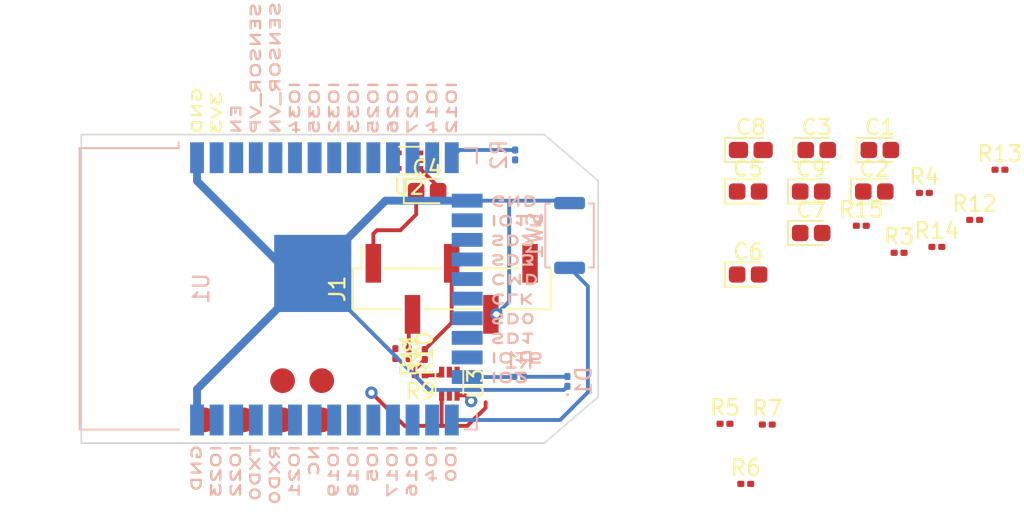
<source format=kicad_pcb>
(kicad_pcb (version 20211014) (generator pcbnew)
  (layers (0 "F.Cu" signal) (31 "B.Cu" signal) (34 "B.Paste" user) (35 "F.Paste" user) (36 "B.SilkS" user "B.Silkscreen") (37 "F.SilkS" user "F.Silkscreen") (38 "B.Mask" user) (39 "F.Mask" user) (44 "Edge.Cuts" user))
  (net 0 "")
  (net 1 "3V3")
  (net 8 "Net-(C1-Pad2)")
  (net 18 "Net-(D1-Pad2)")
  (net 26 "GND")
  (net 27 "Net-(R1-Pad2)")
  (net 28 "Net-(R2-Pad1)")
  (net 29 "Net-(C2-Pad2)")
  (net 30 "Net-(SW1-Pad2)")
  (net 31 "Net-(C4-Pad2)")
  (net 32 "Net-(C5-Pad2)")
  (net 33 "Net-(C7-Pad1)")
  (net 34 "Net-(C8-Pad2)")
  (net 35 "Net-(R5-Pad2)")
  (net 36 "?")
  (net 37 "Net-(R11-Pad1)")
  (net 38 "Net-(R12-Pad2)")
  (net 39 "Net-(R13-Pad1)")
  (net 41 "Net-(R7-Pad2)")
  (net 43 "Net-(J1-Pad1)")
  (net 44 "Net-(J1-Pad2)")
  (net 45 "Net-(J1-Pad3)")
  (net 46 "Net-(U1-Pad27)")
  (net 47 "Net-(R8-Pad2)")
  (net 50 "RxD")
  (net 51 "TxD")
  (net 52 "NC")
  (net 53 "IO12")
  (net 54 "IO14")
  (net 55 "IO27")
  (net 56 "IO26")
  (net 57 "IO25")
  (net 58 "IO2")
  (net 59 "IO0")
  (net 60 "IO16")
  (net 61 "IO17")
  (net 62 "EN")
  (footprint "Capacitor_Tantalum_SMD:CP_EIA-1608-08_AVX-J" (layer "F.Cu") (at 151.75 103.91)
    (fp_text reference "C1" (at 0 -1.48) (layer "F.SilkS"))
    (fp_text value "C")
    (fp_line (start 0.8 -0.785) (end -1.51 -0.785) (layer "F.SilkS") (width 0.12))
    (fp_line (start -1.51 -0.785) (end -1.51 0.785) (layer "F.SilkS") (width 0.12))
    (fp_line (start -1.51 0.785) (end 0.8 0.785) (layer "F.SilkS") (width 0.12))
    (pad "1" smd roundrect (at -0.7125 0) (size 1.075 1.05) (layers "F.Cu" "F.Paste" "F.Mask") (roundrect_rratio 0.238095) (net 1 "3V3"))
    (pad "2" smd roundrect (at 0.7125 0) (size 1.075 1.05) (layers "F.Cu" "F.Paste" "F.Mask") (roundrect_rratio 0.238095) (net 8 "Net-(C1-Pad2)"))
  )
  (footprint "Capacitor_Tantalum_SMD:CP_EIA-1608-08_AVX-J" (layer "F.Cu") (at 151.39 106.6)
    (fp_text reference "C2" (at 0 -1.48) (layer "F.SilkS"))
    (fp_text value "C")
    (fp_line (start 0.8 -0.785) (end -1.51 -0.785) (layer "F.SilkS") (width 0.12))
    (fp_line (start -1.51 0.785) (end 0.8 0.785) (layer "F.SilkS") (width 0.12))
    (fp_line (start -1.51 -0.785) (end -1.51 0.785) (layer "F.SilkS") (width 0.12))
    (pad "1" smd roundrect (at -0.7125 0) (size 1.075 1.05) (layers "F.Cu" "F.Paste" "F.Mask") (roundrect_rratio 0.238095) (net 26 "GND"))
    (pad "2" smd roundrect (at 0.7125 0) (size 1.075 1.05) (layers "F.Cu" "F.Paste" "F.Mask") (roundrect_rratio 0.238095) (net 29 "Net-(C2-Pad2)"))
  )
  (footprint "Package_TO_SOT_SMD:SOT-563" (layer "F.Cu") (at 123.848 119.059 -90)
    (fp_text reference "U3" (at 0 -1.7 90) (layer "F.SilkS"))
    (fp_text value "ICL7667")
    (fp_line (start -0.9 -0.9) (end 0.65 -0.9) (layer "F.SilkS") (width 0.12))
    (fp_line (start 0.65 0.9) (end -0.65 0.9) (layer "F.SilkS") (width 0.12))
    (pad "1" smd rect (at -0.75 -0.5 270) (size 0.7 0.34) (layers "F.Cu" "F.Paste" "F.Mask"))
    (pad "2" smd rect (at -0.75 0 270) (size 0.7 0.34) (layers "F.Cu" "F.Paste" "F.Mask") (net 32 "Net-(C5-Pad2)"))
    (pad "3" smd rect (at -0.75 0.5 270) (size 0.7 0.34) (layers "F.Cu" "F.Paste" "F.Mask") (net 36 "?"))
    (pad "4" smd rect (at 0.75 0.5 270) (size 0.7 0.34) (layers "F.Cu" "F.Paste" "F.Mask") (net 26 "GND"))
    (pad "5" smd rect (at 0.75 0 270) (size 0.7 0.34) (layers "F.Cu" "F.Paste" "F.Mask") (net 38 "Net-(R12-Pad2)"))
    (pad "6" smd rect (at 0.75 -0.5 270) (size 0.7 0.34) (layers "F.Cu" "F.Paste" "F.Mask") (net 1 "3V3"))
  )
  (footprint "Resistor_SMD:R_0201_0603Metric" (layer "F.Cu") (at 143.058 125.549)
    (fp_text reference "R6" (at 0 -1.05) (layer "F.SilkS"))
    (fp_text value "2K")
    (pad "1" smd roundrect (at -0.32 0) (size 0.46 0.4) (layers "F.Cu" "F.Mask") (net 26 "GND"))
    (pad "2" smd roundrect (at 0.32 0) (size 0.46 0.4) (layers "F.Cu" "F.Mask") (net 35 "Net-(R5-Pad2)"))
  )
  (footprint "Capacitor_Tantalum_SMD:CP_EIA-1608-08_AVX-J_Pad1.25x1.05mm_HandSolder" (layer "F.Cu") (at 143.385 103.91)
    (fp_text reference "C8" (at 0 -1.48) (layer "F.SilkS"))
    (fp_text value "C")
    (fp_line (start -1.685 -0.785) (end -1.685 0.785) (layer "F.SilkS") (width 0.12))
    (fp_line (start -1.685 0.785) (end 0.8 0.785) (layer "F.SilkS") (width 0.12))
    (fp_line (start 0.8 -0.785) (end -1.685 -0.785) (layer "F.SilkS") (width 0.12))
    (pad "1" smd roundrect (at -0.8 0) (size 1.25 1.05) (layers "F.Cu" "F.Paste" "F.Mask") (roundrect_rratio 0.238095) (net 1 "3V3"))
    (pad "2" smd roundrect (at 0.8 0) (size 1.25 1.05) (layers "F.Cu" "F.Paste" "F.Mask") (roundrect_rratio 0.238095) (net 34 "Net-(C8-Pad2)"))
  )
  (footprint "Resistor_SMD:R_0201_0603Metric" (layer "F.Cu") (at 154.635 106.69)
    (fp_text reference "R4" (at 0 -1.05) (layer "F.SilkS"))
    (fp_text value "3,9K")
    (pad "1" smd roundrect (at -0.32 0) (size 0.46 0.4) (layers "F.Cu" "F.Mask") (net 26 "GND"))
    (pad "2" smd roundrect (at 0.32 0) (size 0.46 0.4) (layers "F.Cu" "F.Mask") (net 8 "Net-(C1-Pad2)"))
  )
  (footprint "Resistor_SMD:R_0201_0603Metric" (layer "F.Cu") (at 159.535 105.19)
    (fp_text reference "R13" (at 0 -1.05) (layer "F.SilkS"))
    (fp_text value "10K")
    (pad "1" smd roundrect (at -0.32 0) (size 0.46 0.4) (layers "F.Cu" "F.Mask") (net 39 "Net-(R13-Pad1)"))
    (pad "2" smd roundrect (at 0.32 0) (size 0.46 0.4) (layers "F.Cu" "F.Mask") (net 1 "3V3"))
  )
  (footprint "Resistor_SMD:R_0201_0603Metric" (layer "F.Cu") (at 157.895 108.44)
    (fp_text reference "R12" (at 0 -1.05) (layer "F.SilkS"))
    (fp_text value "8,4 K")
    (pad "1" smd roundrect (at -0.32 0) (size 0.46 0.4) (layers "F.Cu" "F.Mask") (net 1 "3V3"))
    (pad "2" smd roundrect (at 0.32 0) (size 0.46 0.4) (layers "F.Cu" "F.Mask") (net 38 "Net-(R12-Pad2)"))
  )
  (footprint "Capacitor_Tantalum_SMD:CP_EIA-1608-08_AVX-J" (layer "F.Cu") (at 147.3 109.29)
    (fp_text reference "C7" (at 0 -1.48) (layer "F.SilkS"))
    (fp_text value "C")
    (fp_line (start 0.8 -0.785) (end -1.51 -0.785) (layer "F.SilkS") (width 0.12))
    (fp_line (start -1.51 -0.785) (end -1.51 0.785) (layer "F.SilkS") (width 0.12))
    (fp_line (start -1.51 0.785) (end 0.8 0.785) (layer "F.SilkS") (width 0.12))
    (pad "1" smd roundrect (at -0.7125 0) (size 1.075 1.05) (layers "F.Cu" "F.Paste" "F.Mask") (roundrect_rratio 0.238095) (net 33 "Net-(C7-Pad1)"))
    (pad "2" smd roundrect (at 0.7125 0) (size 1.075 1.05) (layers "F.Cu" "F.Paste" "F.Mask") (roundrect_rratio 0.238095) (net 1 "3V3"))
  )
  (footprint "Package_TO_SOT_SMD:SOT-553" (layer "F.Cu") (at 121.228 104.599 180)
    (fp_text reference "U2" (at 0 -1.7) (layer "F.SilkS"))
    (fp_text value "GL2576-5.0TA5R")
    (fp_line (start -0.9 -0.9) (end 0.65 -0.9) (layer "F.SilkS") (width 0.12))
    (fp_line (start 0.65 0.9) (end -0.65 0.9) (layer "F.SilkS") (width 0.12))
    (pad "1" smd rect (at -0.7 -0.5 180) (size 0.45 0.3) (layers "F.Cu" "F.Paste" "F.Mask") (net 31 "Net-(C4-Pad2)"))
    (pad "2" smd rect (at -0.7 0 180) (size 0.45 0.3) (layers "F.Cu" "F.Paste" "F.Mask") (net 26 "GND"))
    (pad "3" smd rect (at -0.7 0.5 180) (size 0.45 0.3) (layers "F.Cu" "F.Paste" "F.Mask"))
    (pad "4" smd rect (at 0.7 0.5 180) (size 0.45 0.3) (layers "F.Cu" "F.Paste" "F.Mask") (net 29 "Net-(C2-Pad2)"))
    (pad "5" smd rect (at 0.7 -0.5 180) (size 0.45 0.3) (layers "F.Cu" "F.Paste" "F.Mask"))
  )
  (footprint "Capacitor_Tantalum_SMD:CP_EIA-1608-08_AVX-J" (layer "F.Cu") (at 143.21 111.98)
    (fp_text reference "C6" (at 0 -1.48) (layer "F.SilkS"))
    (fp_text value "480uF")
    (fp_line (start 0.8 -0.785) (end -1.51 -0.785) (layer "F.SilkS") (width 0.12))
    (fp_line (start -1.51 -0.785) (end -1.51 0.785) (layer "F.SilkS") (width 0.12))
    (fp_line (start -1.51 0.785) (end 0.8 0.785) (layer "F.SilkS") (width 0.12))
    (pad "1" smd roundrect (at -0.7125 0) (size 1.075 1.05) (layers "F.Cu" "F.Paste" "F.Mask") (roundrect_rratio 0.238095) (net 26 "GND"))
    (pad "2" smd roundrect (at 0.7125 0) (size 1.075 1.05) (layers "F.Cu" "F.Paste" "F.Mask") (roundrect_rratio 0.238095) (net 1 "3V3"))
  )
  (footprint "Resistor_SMD:R_0201_0603Metric" (layer "F.Cu") (at 122.258 117.164 90)
    (fp_text reference "R11" (at 0 -1.05 90) (layer "F.SilkS"))
    (fp_text value "0")
    (pad "1" smd roundrect (at -0.32 0 90) (size 0.46 0.4) (layers "F.Cu" "F.Mask") (net 37 "Net-(R11-Pad1)"))
    (pad "2" smd roundrect (at 0.32 0 90) (size 0.46 0.4) (layers "F.Cu" "F.Mask") (net 45 "Net-(J1-Pad3)"))
  )
  (footprint "Capacitor_Tantalum_SMD:CP_EIA-1608-08_AVX-J" (layer "F.Cu") (at 143.21 106.6)
    (fp_text reference "C5" (at 0 -1.48) (layer "F.SilkS"))
    (fp_text value "C")
    (fp_line (start 0.8 -0.785) (end -1.51 -0.785) (layer "F.SilkS") (width 0.12))
    (fp_line (start -1.51 -0.785) (end -1.51 0.785) (layer "F.SilkS") (width 0.12))
    (fp_line (start -1.51 0.785) (end 0.8 0.785) (layer "F.SilkS") (width 0.12))
    (pad "1" smd roundrect (at -0.7125 0) (size 1.075 1.05) (layers "F.Cu" "F.Paste" "F.Mask") (roundrect_rratio 0.238095) (net 26 "GND"))
    (pad "2" smd roundrect (at 0.7125 0) (size 1.075 1.05) (layers "F.Cu" "F.Paste" "F.Mask") (roundrect_rratio 0.238095) (net 32 "Net-(C5-Pad2)"))
  )
  (footprint "Resistor_SMD:R_0201_0603Metric" (layer "F.Cu") (at 120.35 117.105 -90)
    (fp_text reference "R8" (at 0 -1.05 90) (layer "F.SilkS"))
    (fp_text value "100")
    (pad "1" smd roundrect (at -0.32 0 270) (size 0.46 0.4) (layers "F.Cu" "F.Mask") (net 1 "3V3"))
    (pad "2" smd roundrect (at 0.32 0 270) (size 0.46 0.4) (layers "F.Cu" "F.Mask") (net 47 "Net-(R8-Pad2)"))
  )
  (footprint "Resistor_SMD:R_0201_0603Metric" (layer "F.Cu") (at 155.445 110.19)
    (fp_text reference "R14" (at 0 -1.05) (layer "F.SilkS"))
    (fp_text value "10K")
    (pad "1" smd roundrect (at -0.32 0) (size 0.46 0.4) (layers "F.Cu" "F.Mask") (net 26 "GND"))
    (pad "2" smd roundrect (at 0.32 0) (size 0.46 0.4) (layers "F.Cu" "F.Mask") (net 1 "3V3"))
  )
  (footprint "Resistor_SMD:R_0201_0603Metric" (layer "F.Cu") (at 150.545 108.82)
    (fp_text reference "R15" (at 0 -1.05) (layer "F.SilkS"))
    (fp_text value "10K")
    (pad "1" smd roundrect (at -0.32 0) (size 0.46 0.4) (layers "F.Cu" "F.Mask") (net 1 "3V3"))
    (pad "2" smd roundrect (at 0.32 0) (size 0.46 0.4) (layers "F.Cu" "F.Mask") (net 33 "Net-(C7-Pad1)"))
  )
  (footprint "Resistor_SMD:R_0201_0603Metric" (layer "F.Cu") (at 141.712 121.655)
    (fp_text reference "R5" (at 0 -1.05) (layer "F.SilkS"))
    (fp_text value "1K")
    (pad "1" smd roundrect (at -0.32 0) (size 0.46 0.4) (layers "F.Cu" "F.Mask") (net 46 "Net-(U1-Pad27)"))
    (pad "2" smd roundrect (at 0.32 0) (size 0.46 0.4) (layers "F.Cu" "F.Mask") (net 35 "Net-(R5-Pad2)"))
  )
  (footprint "Connector_PinHeader_2.54mm:PinHeader_1x05_P2.54mm_Vertical_SMD_Pin1Right" (layer "F.Cu") (at 123.998 112.909 90)
    (fp_text reference "J1" (at 0 -7.41 90) (layer "F.SilkS"))
    (fp_text value "Conn_01x05_MountingPin" hide)
    (fp_line (start 1.33 0.76) (end 1.33 4.32) (layer "F.SilkS") (width 0.12))
    (fp_line (start -1.33 5.84) (end -1.33 6.41) (layer "F.SilkS") (width 0.12))
    (fp_line (start -1.33 -6.41) (end -1.33 -3.3) (layer "F.SilkS") (width 0.12))
    (fp_line (start 1.33 -5.84) (end 2.85 -5.84) (layer "F.SilkS") (width 0.12))
    (fp_line (start -1.33 -1.78) (end -1.33 1.78) (layer "F.SilkS") (width 0.12))
    (fp_line (start -1.33 3.3) (end -1.33 6.41) (layer "F.SilkS") (width 0.12))
    (fp_line (start -1.33 -6.41) (end 1.33 -6.41) (layer "F.SilkS") (width 0.12))
    (fp_line (start -1.33 6.41) (end 1.33 6.41) (layer "F.SilkS") (width 0.12))
    (fp_line (start 1.33 -4.32) (end 1.33 -0.76) (layer "F.SilkS") (width 0.12))
    (fp_line (start 1.33 -6.41) (end 1.33 -5.84) (layer "F.SilkS") (width 0.12))
    (pad "+5V" smd rect (at 1.655 -5.08 90) (size 2.51 1) (layers "F.Cu" "F.Paste" "F.Mask"))
    (pad "2" smd rect (at -1.655 -2.54 90) (size 2.51 1) (layers "F.Cu" "F.Paste" "F.Mask") (net 52 "NC"))
    (pad "3" smd rect (at 1.655 0 90) (size 2.51 1) (layers "F.Cu" "F.Paste" "F.Mask") (net 50 "RxD"))
    (pad "4" smd rect (at -1.655 2.54 90) (size 2.51 1) (layers "F.Cu" "F.Paste" "F.Mask") (net 26 "GND"))
    (pad "5" smd rect (at 1.655 5.08 90) (size 2.51 1) (layers "F.Cu" "F.Paste" "F.Mask") (net 51 "TxD"))
  )
  (footprint "Capacitor_Tantalum_SMD:CP_EIA-1608-08_AVX-J" (layer "F.Cu") (at 147.3 106.6)
    (fp_text reference "C9" (at 0 -1.48) (layer "F.SilkS"))
    (fp_text value "C")
    (fp_line (start -1.51 -0.785) (end -1.51 0.785) (layer "F.SilkS") (width 0.12))
    (fp_line (start 0.8 -0.785) (end -1.51 -0.785) (layer "F.SilkS") (width 0.12))
    (fp_line (start -1.51 0.785) (end 0.8 0.785) (layer "F.SilkS") (width 0.12))
    (pad "1" smd roundrect (at -0.7125 0) (size 1.075 1.05) (layers "F.Cu" "F.Paste" "F.Mask") (roundrect_rratio 0.238095) (net 34 "Net-(C8-Pad2)"))
    (pad "2" smd roundrect (at 0.7125 0) (size 1.075 1.05) (layers "F.Cu" "F.Paste" "F.Mask") (roundrect_rratio 0.238095) (net 26 "GND"))
  )
  (footprint "Capacitor_Tantalum_SMD:CP_EIA-1608-08_AVX-J" (layer "F.Cu") (at 147.66 103.91)
    (fp_text reference "C3" (at 0 -1.48) (layer "F.SilkS"))
    (fp_text value "C")
    (fp_line (start -1.51 -0.785) (end -1.51 0.785) (layer "F.SilkS") (width 0.12))
    (fp_line (start -1.51 0.785) (end 0.8 0.785) (layer "F.SilkS") (width 0.12))
    (fp_line (start 0.8 -0.785) (end -1.51 -0.785) (layer "F.SilkS") (width 0.12))
    (pad "1" smd roundrect (at -0.7125 0) (size 1.075 1.05) (layers "F.Cu" "F.Paste" "F.Mask") (roundrect_rratio 0.238095))
    (pad "2" smd roundrect (at 0.7125 0) (size 1.075 1.05) (layers "F.Cu" "F.Paste" "F.Mask") (roundrect_rratio 0.238095) (net 1 "3V3"))
  )
  (footprint "Resistor_SMD:R_0201_0603Metric" (layer "F.Cu") (at 121.213 117.116 -90)
    (fp_text reference "R10" (at 0 -1.05 90) (layer "F.SilkS"))
    (fp_text value "0")
    (pad "1" smd roundrect (at -0.32 0 270) (size 0.46 0.4) (layers "F.Cu" "F.Mask") (net 52 "NC"))
    (pad "2" smd roundrect (at 0.32 0 270) (size 0.46 0.4) (layers "F.Cu" "F.Mask") (net 44 "Net-(J1-Pad2)"))
  )
  (footprint "Resistor_SMD:R_0201_0603Metric" (layer "F.Cu") (at 144.452 121.703)
    (fp_text reference "R7" (at 0 -1.05) (layer "F.SilkS"))
    (fp_text value "0")
    (pad "1" smd roundrect (at -0.32 0) (size 0.46 0.4) (layers "F.Cu" "F.Mask") (net 35 "Net-(R5-Pad2)"))
    (pad "2" smd roundrect (at 0.32 0) (size 0.46 0.4) (layers "F.Cu" "F.Mask") (net 41 "Net-(R7-Pad2)"))
  )
  (footprint "Resistor_SMD:R_0201_0603Metric" (layer "F.Cu") (at 152.995 110.57)
    (fp_text reference "R3" (at 0 -1.05) (layer "F.SilkS"))
    (fp_text value "131,7K")
    (pad "1" smd roundrect (at -0.32 0) (size 0.46 0.4) (layers "F.Cu" "F.Mask") (net 8 "Net-(C1-Pad2)"))
    (pad "2" smd roundrect (at 0.32 0) (size 0.46 0.4) (layers "F.Cu" "F.Mask") (net 1 "3V3"))
  )
  (footprint "Capacitor_Tantalum_SMD:CP_EIA-1608-08_AVX-J" (layer "F.Cu") (at 122.408 106.569)
    (fp_text reference "C4" (at 0 -1.48) (layer "F.SilkS"))
    (fp_text value "C")
    (fp_line (start -1.51 -0.785) (end -1.51 0.785) (layer "F.SilkS") (width 0.12))
    (fp_line (start -1.51 0.785) (end 0.8 0.785) (layer "F.SilkS") (width 0.12))
    (fp_line (start 0.8 -0.785) (end -1.51 -0.785) (layer "F.SilkS") (width 0.12))
    (pad "1" smd roundrect (at -0.7125 0) (size 1.075 1.05) (layers "F.Cu" "F.Paste" "F.Mask") (roundrect_rratio 0.238095) (net 43 "Net-(J1-Pad1)"))
    (pad "2" smd roundrect (at 0.7125 0) (size 1.075 1.05) (layers "F.Cu" "F.Paste" "F.Mask") (roundrect_rratio 0.238095) (net 31 "Net-(C4-Pad2)"))
  )
  (footprint "Resistor_SMD:R_0201_0603Metric" (layer "F.Cu") (at 121.958 118.509 180)
    (fp_text reference "R9" (at 0 -1.05) (layer "F.SilkS"))
    (fp_text value "100")
    (pad "1" smd roundrect (at -0.32 0 180) (size 0.46 0.4) (layers "F.Cu" "F.Mask") (net 36 "?"))
    (pad "2" smd roundrect (at 0.32 0 180) (size 0.46 0.4) (layers "F.Cu" "F.Mask") (net 37 "Net-(R11-Pad1)"))
  )
  (footprint "Resistor_SMD:R_0201_0603Metric" (layer "B.Cu") (at 128.348 118.609 180)
    (fp_text reference "R1" (at 0 1.05) (layer "B.SilkS") (effects (justify mirror)))
    (fp_text value "100")
    (pad "1" smd roundrect (at -0.32 0 180) (size 0.46 0.4) (layers "B.Cu" "B.Mask") (net 18 "Net-(D1-Pad2)"))
    (pad "2" smd roundrect (at 0.32 0 180) (size 0.46 0.4) (layers "B.Cu" "B.Mask") (net 27 "Net-(R1-Pad2)"))
  )
  (footprint "sebbe_projekt:JURA_TEST_POINT" (layer "B.Cu") (at 107.958 121.399)
    (fp_text reference "REF**" hide)
    (fp_text value "JURA_TEST_POINT" hide)
    (pad "1" smd circle (at 0 0) (size 1.6 1.6) (layers "F.Cu" "B.Paste" "B.Mask") (net 26 "GND"))
    (pad "2" smd circle (at 2.54 0) (size 1.6 1.6) (layers "F.Cu" "B.Paste" "B.Mask") (net 51 "TxD"))
    (pad "3" smd circle (at 5.08 0) (size 1.6 1.6) (layers "F.Cu" "B.Paste" "B.Mask") (net 50 "RxD"))
    (pad "4" smd circle (at 7.62 0) (size 1.6 1.6) (layers "F.Cu" "B.Paste" "B.Mask") (net 59 "IO0"))
    (pad "5" smd circle (at 5.08 -2.54) (size 1.6 1.6) (layers "F.Cu" "B.Paste" "B.Mask") (net 62 "EN"))
    (pad "6" smd circle (at 7.62 -2.54) (size 1.6 1.6) (layers "F.Cu" "B.Paste" "B.Mask") (net 1 "3V3"))
  )
  (footprint "Button_Switch_SMD:SW_Push_SPST_NO_Alps_SKRK" (layer "B.Cu") (at 131.638 109.449 -90)
    (fp_text reference "SW1" (at 0 2.25 90) (layer "B.SilkS") (effects (justify mirror)))
    (fp_text value "SW_Push")
    (fp_line (start -2.07 1.27) (end -2.07 1.57) (layer "B.SilkS") (width 0.12))
    (fp_line (start 2.07 1.57) (end 2.07 1.27) (layer "B.SilkS") (width 0.12))
    (fp_line (start -2.07 -1.57) (end -2.07 -1.27) (layer "B.SilkS") (width 0.12))
    (fp_line (start 2.07 -1.57) (end -2.07 -1.57) (layer "B.SilkS") (width 0.12))
    (fp_line (start 2.07 -1.27) (end 2.07 -1.57) (layer "B.SilkS") (width 0.12))
    (fp_line (start -2.07 1.57) (end 2.07 1.57) (layer "B.SilkS") (width 0.12))
    (pad "1" smd roundrect (at -2.1 0 270) (size 0.8 2) (layers "B.Cu" "B.Paste" "B.Mask") (net 26 "GND"))
    (pad "2" smd roundrect (at 2.1 0 270) (size 0.8 2) (layers "B.Cu" "B.Paste" "B.Mask") (net 30 "Net-(SW1-Pad2)"))
  )
  (footprint "Resistor_SMD:R_0201_0603Metric" (layer "B.Cu") (at 128.1105 104.229 -90)
    (fp_text reference "R2" (at 0 1.05 90) (layer "B.SilkS") (effects (justify mirror)))
    (fp_text value "7.4K")
    (pad "1" smd roundrect (at -0.32 0 270) (size 0.46 0.4) (layers "B.Cu" "B.Mask") (net 28 "Net-(R2-Pad1)"))
    (pad "2" smd roundrect (at 0.32 0 270) (size 0.46 0.4) (layers "B.Cu" "B.Mask") (net 26 "GND"))
  )
  (footprint "RF_Module:ESP32-WROOM-32" (layer "B.Cu") (at 115.748 112.909 -90)
    (fp_text reference "U1" (at -0.02 7.98 90) (layer "B.SilkS") (effects (justify mirror)))
    (fp_text value "ESP32-WROOM-32D" hide)
    (fp_text user "TXD0" (at 11.929048 4.478075 90 unlocked) (layer "B.SilkS") (effects (font (size 0.6 1)) (justify mirror)))
    (fp_text user "IO25" (at -11.74 -3.175 90 unlocked) (layer "B.SilkS") (effects (font (size 0.6 1)) (justify mirror)))
    (fp_text user "IO0" (at 11.33381 -8.21808 90 unlocked) (layer "B.SilkS") (effects (font (size 0.6 1)) (justify mirror)))
    (fp_text user "IO21" (at 11.81 1.938845 90 unlocked) (layer "B.SilkS") (effects (font (size 0.6 1)) (justify mirror)))
    (fp_text user "SD0" (at 1.905 -12.21 180 unlocked) (layer "B.SilkS") (effects (font (size 0.6 1)) (justify mirror)))
    (fp_text user "RXD0" (at 12.048096 3.20846 90 unlocked) (layer "B.SilkS") (effects (font (size 0.6 1)) (justify mirror)))
    (fp_text user "IO15" (at 4.445 -12.471904 180 unlocked) (layer "B.SilkS") (effects (font (size 0.6 1)) (justify mirror)))
    (fp_text user "IO12" (at -11.74 -8.255 90 unlocked) (layer "B.SilkS") (effects (font (size 0.6 1)) (justify mirror)))
    (fp_text user "IO27" (at -11.74 -5.715 90 unlocked) (layer "B.SilkS") (effects (font (size 0.6 1)) (justify mirror)))
    (fp_text user "SENSOR_VP" (at -14.287619 4.445 90 unlocked) (layer "B.SilkS") (effects (font (size 0.6 1)) (justify mirror)))
    (fp_text user "IO16" (at 11.81 -5.678845 90 unlocked) (layer "B.SilkS") (effects (font (size 0.6 1)) (justify mirror)))
    (fp_text user "SD2" (at -3.175 -12.21 180 unlocked) (layer "B.SilkS") (effects (font (size 0.6 1)) (justify mirror)))
    (fp_text user "CLK" (at 0.635 -12.162381 180 unlocked) (layer "B.SilkS") (effects (font (size 0.6 1)) (justify mirror)))
    (fp_text user "IO2" (at 5.715 -11.995714 180 unlocked) (layer "B.SilkS") (effects (font (size 0.6 1)) (justify mirror)))
    (fp_text user "IO19" (at 11.81 -0.600385 90 unlocked) (layer "B.SilkS") (effects (font (size 0.6 1)) (justify mirror)))
    (fp_text user "IO35" (at -11.74 0.635 90 unlocked) (layer "B.SilkS") (effects (font (size 0.6 1)) (justify mirror)))
    (fp_text user "IO13" (at -4.445 -12.471904 180 unlocked) (layer "B.SilkS") (effects (font (size 0.6 1)) (justify mirror)))
    (fp_text user "IO23" (at 11.81 7.017305 90 unlocked) (layer "B.SilkS") (effects (font (size 0.6 1)) (justify mirror)))
    (fp_text user "IO18" (at 11.81 -1.87 90 unlocked) (layer "B.SilkS") (effects (font (size 0.6 1)) (justify mirror)))
    (fp_text user "GND" (at -5.715 -12.281428 180 unlocked) (layer "B.SilkS") (effects (font (size 0.6 1)) (justify mirror)))
    (fp_text user "EN" (at -11.001905 5.715 90 unlocked) (layer "B.SilkS") (effects (font (size 0.6 1)) (justify mirror)))
    (fp_text user "NC" (at 11.119524 0.66923 90 unlocked) (layer "B.SilkS") (effects (font (size 0.6 1)) (justify mirror)))
    (fp_text user "IO5" (at 11.33381 -3.139615 90 unlocked) (layer "B.SilkS") (effects (font (size 0.6 1)) (justify mirror)))
    (fp_text user "IO34" (at -11.74 1.905 90 unlocked) (layer "B.SilkS") (effects (font (size 0.6 1)) (justify mirror)))
    (fp_text user "IO17" (at 11.81 -4.40923 90 unlocked) (layer "B.SilkS") (effects (font (size 0.6 1)) (justify mirror)))
    (fp_text user "GND" (at 11.619524 8.28692 90 unlocked) (layer "B.SilkS") (effects (font (size 0.6 1)) (justify mirror)))
    (fp_text user "IO33" (at -11.74 -1.905 90 unlocked) (layer "B.SilkS") (effects (font (size 0.6 1)) (justify mirror)))
    (fp_text user "IO32" (at -11.74 -0.635 90 unlocked) (layer "B.SilkS") (effects (font (size 0.6 1)) (justify mirror)))
    (fp_text user "IO4" (at 11.33381 -6.94846 90 unlocked) (layer "B.SilkS") (effects (font (size 0.6 1)) (justify mirror)))
    (fp_text user "SD3" (at -1.905 -12.21 180 unlocked) (layer "B.SilkS") (effects (font (size 0.6 1)) (justify mirror)))
    (fp_text user "IO14" (at -11.74 -6.985 90 unlocked) (layer "B.SilkS") (effects (font (size 0.6 1)) (justify mirror)))
    (fp_text user "IO26" (at -11.74 -4.445 90 unlocked) (layer "B.SilkS") (effects (font (size 0.6 1)) (justify mirror)))
    (fp_text user "CMD" (at -0.635 -12.329047 180 unlocked) (layer "B.SilkS") (effects (font (size 0.6 1)) (justify mirror)))
    (fp_text user "IO22" (at 11.81 5.74769 90 unlocked) (layer "B.SilkS") (effects (font (size 0.6 1)) (justify mirror)))
    (fp_text user "SD1" (at 3.175 -12.21 180 unlocked) (layer "B.SilkS") (effects (font (size 0.6 1)) (justify mirror)))
    (fp_text user "SENSOR_VN" (at -14.311429 3.175 90 unlocked) (layer "B.SilkS") (effects (font (size 0.6 1)) (justify mirror)))
    (fp_text user "3V3" (at -11.406667 6.985 90 unlocked) (layer "F.SilkS") (effects (font (size 0.6 1)) (justify mirror)))
    (fp_text user "GND" (at -11.549524 8.255 90 unlocked) (layer "F.SilkS") (effects (font (size 0.6 1)) (justify mirror)))
    (fp_line (start 9.12 -9.88) (end 8.12 -9.88) (layer "B.SilkS") (width 0.12))
    (fp_line (start 9.12 15.865) (end 9.12 9.445) (layer "B.SilkS") (width 0.12))
    (fp_line (start -9.12 -9.88) (end -8.12 -9.88) (layer "B.SilkS") (width 0.12))
    (fp_line (start -9.12 15.865) (end 9.12 15.865) (layer "B.SilkS") (width 0.12))
    (fp_line (start -9.12 -9.1) (end -9.12 -9.88) (layer "B.SilkS") (width 0.12))
    (fp_line (start -9.12 9.445) (end -9.5 9.445) (layer "B.SilkS") (width 0.12))
    (fp_line (start 9.12 -9.1) (end 9.12 -9.88) (layer "B.SilkS") (width 0.12))
    (fp_line (start -9.12 15.865) (end -9.12 9.445) (layer "B.SilkS") (width 0.12))
    (pad "1" smd rect (at -8.5 8.255 270) (size 2 0.9) (layers "B.Cu" "B.Paste" "B.Mask") (net 26 "GND"))
    (pad "2" smd rect (at -8.5 6.985 270) (size 2 0.9) (layers "B.Cu" "B.Paste" "B.Mask") (net 1 "3V3"))
    (pad "3" smd rect (at -8.5 5.715 270) (size 2 0.9) (layers "B.Cu" "B.Paste" "B.Mask") (net 62 "EN"))
    (pad "4" smd rect (at -8.5 4.445 270) (size 2 0.9) (layers "B.Cu" "B.Paste" "B.Mask"))
    (pad "5" smd rect (at -8.5 3.175 270) (size 2 0.9) (layers "B.Cu" "B.Paste" "B.Mask"))
    (pad "6" smd rect (at -8.5 1.905 270) (size 2 0.9) (layers "B.Cu" "B.Paste" "B.Mask"))
    (pad "7" smd rect (at -8.5 0.635 270) (size 2 0.9) (layers "B.Cu" "B.Paste" "B.Mask"))
    (pad "8" smd rect (at -8.5 -0.635 270) (size 2 0.9) (layers "B.Cu" "B.Paste" "B.Mask"))
    (pad "9" smd rect (at -8.5 -1.905 270) (size 2 0.9) (layers "B.Cu" "B.Paste" "B.Mask"))
    (pad "10" smd rect (at -8.5 -3.175 270) (size 2 0.9) (layers "B.Cu" "B.Paste" "B.Mask") (net 57 "IO25"))
    (pad "11" smd rect (at -8.5 -4.445 270) (size 2 0.9) (layers "B.Cu" "B.Paste" "B.Mask") (net 56 "IO26"))
    (pad "12" smd rect (at -8.5 -5.715 270) (size 2 0.9) (layers "B.Cu" "B.Paste" "B.Mask") (net 55 "IO27"))
    (pad "13" smd rect (at -8.5 -6.985 270) (size 2 0.9) (layers "B.Cu" "B.Paste" "B.Mask") (net 54 "IO14"))
    (pad "14" smd rect (at -8.5 -8.255 270) (size 2 0.9) (layers "B.Cu" "B.Paste" "B.Mask") (net 53 "IO12"))
    (pad "15" smd rect (at -5.715 -9.255 180) (size 2 0.9) (layers "B.Cu" "B.Paste" "B.Mask") (net 26 "GND"))
    (pad "16" smd rect (at -4.445 -9.255 180) (size 2 0.9) (layers "B.Cu" "B.Paste" "B.Mask"))
    (pad "17" smd rect (at -3.175 -9.255 180) (size 2 0.9) (layers "B.Cu" "B.Paste" "B.Mask"))
    (pad "18" smd rect (at -1.905 -9.255 180) (size 2 0.9) (layers "B.Cu" "B.Paste" "B.Mask"))
    (pad "19" smd rect (at -0.635 -9.255 180) (size 2 0.9) (layers "B.Cu" "B.Paste" "B.Mask"))
    (pad "20" smd rect (at 0.635 -9.255 180) (size 2 0.9) (layers "B.Cu" "B.Paste" "B.Mask"))
    (pad "21" smd rect (at 1.905 -9.255 180) (size 2 0.9) (layers "B.Cu" "B.Paste" "B.Mask"))
    (pad "22" smd rect (at 3.175 -9.255 180) (size 2 0.9) (layers "B.Cu" "B.Paste" "B.Mask"))
    (pad "23" smd rect (at 4.445 -9.255 180) (size 2 0.9) (layers "B.Cu" "B.Paste" "B.Mask"))
    (pad "24" smd rect (at 5.715 -9.255 180) (size 2 0.9) (layers "B.Cu" "B.Paste" "B.Mask") (net 58 "IO2"))
    (pad "25" smd rect (at 8.5 -8.255 270) (size 2 0.9) (layers "B.Cu" "B.Paste" "B.Mask") (net 59 "IO0"))
    (pad "26" smd rect (at 8.5 -6.985 270) (size 2 0.9) (layers "B.Cu" "B.Paste" "B.Mask"))
    (pad "27" smd rect (at 8.5 -5.715 270) (size 2 0.9) (layers "B.Cu" "B.Paste" "B.Mask") (net 60 "IO16"))
    (pad "28" smd rect (at 8.5 -4.445 270) (size 2 0.9) (layers "B.Cu" "B.Paste" "B.Mask") (net 61 "IO17"))
    (pad "29" smd rect (at 8.5 -3.175 270) (size 2 0.9) (layers "B.Cu" "B.Paste" "B.Mask"))
    (pad "30" smd rect (at 8.5 -1.905 270) (size 2 0.9) (layers "B.Cu" "B.Paste" "B.Mask"))
    (pad "31" smd rect (at 8.5 -0.635 270) (size 2 0.9) (layers "B.Cu" "B.Paste" "B.Mask"))
    (pad "32" smd rect (at 8.5 0.635 270) (size 2 0.9) (layers "B.Cu" "B.Paste" "B.Mask"))
    (pad "33" smd rect (at 8.5 1.905 270) (size 2 0.9) (layers "B.Cu" "B.Paste" "B.Mask"))
    (pad "34" smd rect (at 8.5 3.175 270) (size 2 0.9) (layers "B.Cu" "B.Paste" "B.Mask") (net 50 "RxD"))
    (pad "35" smd rect (at 8.5 4.445 270) (size 2 0.9) (layers "B.Cu" "B.Paste" "B.Mask") (net 51 "TxD"))
    (pad "36" smd rect (at 8.5 5.715 270) (size 2 0.9) (layers "B.Cu" "B.Paste" "B.Mask"))
    (pad "37" smd rect (at 8.5 6.985 270) (size 2 0.9) (layers "B.Cu" "B.Paste" "B.Mask"))
    (pad "38" smd rect (at 8.5 8.255 270) (size 2 0.9) (layers "B.Cu" "B.Paste" "B.Mask") (net 26 "GND"))
    (pad "39" smd rect (at -1 0.755 270) (size 5 5) (layers "B.Cu" "B.Paste" "B.Mask") (net 26 "GND"))
  )
  (footprint "LED_SMD:LED_0201_0603Metric" (layer "B.Cu") (at 131.498 118.909 90)
    (fp_text reference "D1" (at 0 1.05 90) (layer "B.SilkS") (effects (justify mirror)))
    (fp_text value "TSAL4400" hide)
    (fp_circle (center -0.86 0) (end -0.81 0) (layer "B.SilkS") (width 0.1) (fill none))
    (pad "1" smd roundrect (at -0.32 0 90) (size 0.46 0.4) (layers "B.Cu" "B.Mask") (net 26 "GND"))
    (pad "2" smd roundrect (at 0.32 0 90) (size 0.46 0.4) (layers "B.Cu" "B.Mask") (net 18 "Net-(D1-Pad2)"))
  )
  (gr_line (start 133.498 105.909) (end 133.498 119.909) (layer "Edge.Cuts") (width 0.1))
  (gr_line (start 99.998 102.909) (end 129.998 102.909) (layer "Edge.Cuts") (width 0.1))
  (gr_line (start 99.998 122.909) (end 99.998 102.909) (layer "Edge.Cuts") (width 0.1))
  (gr_line (start 129.998 122.909) (end 99.998 122.909) (layer "Edge.Cuts") (width 0.1))
  (gr_line (start 133.498 119.909) (end 129.998 122.909) (layer "Edge.Cuts") (width 0.1))
  (gr_line (start 133.498 105.909) (end 129.998 102.909) (layer "Edge.Cuts") (width 0.1))
  (segment (start 124.348 119.809) (end 124.8835 119.809) (width 0.25) (layer "F.Cu") (net 1))
  (segment (start 124.8835 119.809) (end 125.258 120.1835) (width 0.25) (layer "F.Cu") (net 1))
  (via (at 125.258 120.1835) (size 0.8) (drill 0.4) (layers "F.Cu" "B.Cu") (net 1))
  (segment (start 131.478 118.609) (end 131.498 118.589) (width 0.25) (layer "B.Cu") (net 18))
  (segment (start 128.668 118.609) (end 131.478 118.609) (width 0.25) (layer "B.Cu") (net 18))
  (segment (start 126.538 114.564) (end 126.893 114.564) (width 0.25) (layer "F.Cu") (net 26))
  (segment (start 123.348 119.809) (end 123.348 121.789) (width 0.25) (layer "F.Cu") (net 26))
  (segment (start 120.948 121.789) (end 118.798 119.639) (width 0.25) (layer "F.Cu") (net 26))
  (segment (start 125.778 121.019) (end 125.798 121.019) (width 0.25) (layer "F.Cu") (net 26))
  (segment (start 126.198 120.619) (end 126.198 120.259) (width 0.25) (layer "F.Cu") (net 26))
  (segment (start 123.348 121.789) (end 125.008 121.789) (width 0.25) (layer "F.Cu") (net 26))
  (segment (start 125.798 121.019) (end 126.198 120.619) (width 0.25) (layer "F.Cu") (net 26))
  (segment (start 125.008 121.789) (end 125.778 121.019) (width 0.25) (layer "F.Cu") (net 26))
  (segment (start 123.348 121.789) (end 120.948 121.789) (width 0.25) (layer "F.Cu") (net 26))
  (segment (start 126.893 114.564) (end 126.898 114.559) (width 0.25) (layer "F.Cu") (net 26))
  (via (at 126.898 114.559) (size 0.8) (drill 0.4) (layers "F.Cu" "B.Cu") (net 26))
  (via (at 118.798 119.639) (size 0.8) (drill 0.4) (layers "F.Cu" "B.Cu") (net 26))
  (segment (start 131.268 119.459) (end 131.498 119.229) (width 0.25) (layer "B.Cu") (net 26))
  (segment (start 119.708 107.194) (end 114.993 111.909) (width 0.512) (layer "B.Cu") (net 26))
  (segment (start 125.003 107.194) (end 119.708 107.194) (width 0.512) (layer "B.Cu") (net 26))
  (segment (start 107.493 104.409) (end 107.493 105.921) (width 0.512) (layer "B.Cu") (net 26))
  (segment (start 122.548 119.459) (end 131.268 119.459) (width 0.25) (layer "B.Cu") (net 26))
  (segment (start 107.493 119.409) (end 114.993 111.909) (width 0.512) (layer "B.Cu") (net 26))
  (segment (start 127.723 113.734) (end 127.723 107.194) (width 0.25) (layer "B.Cu") (net 26))
  (segment (start 122.518 119.429) (end 122.513 119.429) (width 0.254) (layer "B.Cu") (net 26))
  (segment (start 122.518 119.429) (end 122.548 119.459) (width 0.25) (layer "B.Cu") (net 26))
  (segment (start 131.483 107.194) (end 127.723 107.194) (width 0.25) (layer "B.Cu") (net 26))
  (segment (start 126.898 114.559) (end 127.723 113.734) (width 0.25) (layer "B.Cu") (net 26))
  (segment (start 107.493 105.921) (end 113.481 111.909) (width 0.512) (layer "B.Cu") (net 26))
  (segment (start 107.493 121.409) (end 107.493 119.409) (width 0.512) (layer "B.Cu") (net 26))
  (segment (start 113.481 111.909) (end 114.993 111.909) (width 0.512) (layer "B.Cu") (net 26))
  (segment (start 131.638 107.349) (end 131.483 107.194) (width 0.25) (layer "B.Cu") (net 26))
  (segment (start 122.513 119.429) (end 114.993 111.909) (width 0.254) (layer "B.Cu") (net 26))
  (segment (start 127.723 107.194) (end 125.003 107.194) (width 0.25) (layer "B.Cu") (net 26))
  (segment (start 128.028 118.609) (end 128.013 118.624) (width 0.25) (layer "B.Cu") (net 27))
  (segment (start 128.013 118.624) (end 125.003 118.624) (width 0.25) (layer "B.Cu") (net 27))
  (segment (start 124.003 104.409) (end 124.503 103.909) (width 0.25) (layer "B.Cu") (net 28))
  (segment (start 124.503 103.909) (end 128.1105 103.909) (width 0.25) (layer "B.Cu") (net 28))
  (segment (start 124.003 121.409) (end 131.028 121.409) (width 0.25) (layer "B.Cu") (net 30))
  (segment (start 132.828 112.739) (end 131.638 111.549) (width 0.25) (layer "B.Cu") (net 30))
  (segment (start 131.028 121.409) (end 132.828 119.609) (width 0.25) (layer "B.Cu") (net 30))
  (segment (start 132.828 119.609) (end 132.828 112.739) (width 0.25) (layer "B.Cu") (net 30))
  (segment (start 123.1205 106.2915) (end 121.928 105.099) (width 0.25) (layer "F.Cu") (net 31))
  (segment (start 123.1205 106.569) (end 123.1205 106.2915) (width 0.25) (layer "F.Cu") (net 31))
  (segment (start 122.278 118.509) (end 123.148 118.509) (width 0.25) (layer "F.Cu") (net 36))
  (segment (start 123.148 118.509) (end 123.348 118.309) (width 0.25) (layer "F.Cu") (net 36))
  (segment (start 122.258 117.484) (end 121.638 118.104) (width 0.25) (layer "F.Cu") (net 37))
  (segment (start 121.638 118.104) (end 121.638 118.509) (width 0.25) (layer "F.Cu") (net 37))
  (segment (start 118.918 111.254) (end 118.918 109.3465) (width 0.25) (layer "F.Cu") (net 43))
  (segment (start 120.675 109.108) (end 121.6955 108.0875) (width 0.25) (layer "F.Cu") (net 43))
  (segment (start 118.918 109.3465) (end 119.1565 109.108) (width 0.25) (layer "F.Cu") (net 43))
  (segment (start 119.1565 109.108) (end 120.675 109.108) (width 0.25) (layer "F.Cu") (net 43))
  (segment (start 121.6955 108.0875) (end 121.6955 106.569) (width 0.25) (layer "F.Cu") (net 43))
  (segment (start 123.998 111.254) (end 123.998 115.104) (width 0.25) (layer "F.Cu") (net 45))
  (segment (start 123.998 115.104) (end 122.258 116.844) (width 0.25) (layer "F.Cu") (net 45))
  (segment (start 121.213 116.796) (end 121.213 114.809) (width 0.25) (layer "F.Cu") (net 52))
  (segment (start 121.213 114.809) (end 121.458 114.564) (width 0.25) (layer "F.Cu") (net 52))
)
</source>
